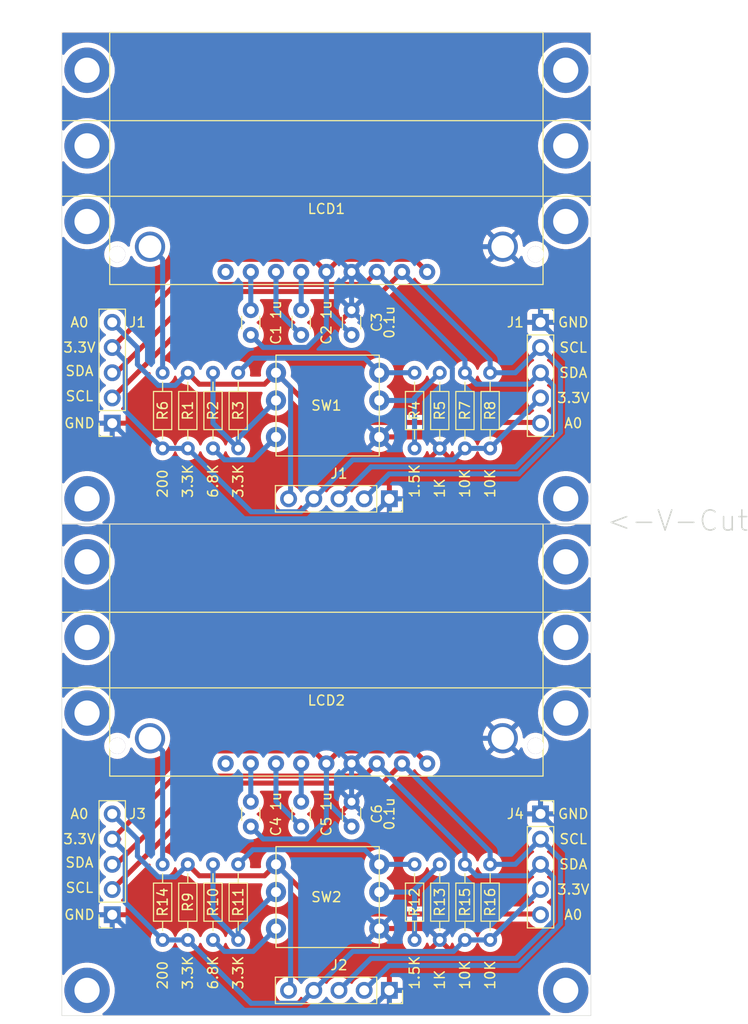
<source format=kicad_pcb>
(kicad_pcb (version 20240108) (generator "pcbnew") (generator_version "8.0")
  (title_block (title "5wa lcd interface") (date "2023-02-26") (rev "1.0") (company "Nakanohito"))
  (layers (0 "F.Cu" signal) (31 "B.Cu" signal) (34 "B.Paste" user) (35 "F.Paste" user) (36 "B.SilkS" user "B.Silkscreen") (37 "F.SilkS" user "F.Silkscreen") (38 "B.Mask" user) (39 "F.Mask" user) (44 "Edge.Cuts" user))
  (net 0 "")
  (net 1 "Net-(C1-Pad2)")
  (net 2 "Net-(C2-Pad1)")
  (net 3 "Net-(C2-Pad2)")
  (net 4 "+3V3")
  (net 5 "GND")
  (net 6 "Net-(J1-Pad2)")
  (net 7 "Net-(J1-Pad3)")
  (net 8 "Net-(LCD1-PadA)")
  (net 9 "Net-(R3-Pad1)")
  (net 10 "Net-(R4-Pad1)")
  (net 11 "Net-(R2-Pad2)")
  (net 12 "Net-(R2-Pad1)")
  (net 13 "A0")
  (footprint "User_Library:SW_5WAY" (layer "F.Cu") (at 125.73 87.63)
    (property "Reference" "SW1" (at 5.08 3.302 0) (layer "F.SilkS"))
    (property "Value" "SW_5WAY")
    (pad "1" thru_hole circle (at 0 0) (size 2.032 2.032) (drill 1.016) (layers "*.Cu" "*.Mask") (net 13 "A0"))
    (pad "2" thru_hole circle (at 0 2.794) (size 2.032 2.032) (drill 1.016) (layers "*.Cu" "*.Mask") (net 12 "Net-(R2-Pad1)"))
    (pad "3" thru_hole circle (at 0 6.477) (size 2.032 2.032) (drill 1.016) (layers "*.Cu" "*.Mask") (net 11 "Net-(R2-Pad2)"))
    (pad "4" thru_hole circle (at 10.414 6.477) (size 2.032 2.032) (drill 1.016) (layers "*.Cu" "*.Mask") (net 5 "GND"))
    (pad "5" thru_hole circle (at 10.414 2.794) (size 2.032 2.032) (drill 1.016) (layers "*.Cu" "*.Mask") (net 10 "Net-(R4-Pad1)"))
    (pad "6" thru_hole circle (at 10.414 0) (size 2.032 2.032) (drill 1.016) (layers "*.Cu" "*.Mask") (net 9 "Net-(R3-Pad1)"))
  )
  (footprint "Capacitor_THT:C_Disc_D3.0mm_W1.6mm_P2.50mm" (layer "F.Cu") (at 123.19 83.82 90)
    (property "Reference" "C1" (at 0 2.54 90) (layer "F.SilkS"))
    (property "Value" "1u")
    (pad "1" thru_hole circle (at 0 0 90) (size 1.6 1.6) (drill 0.8) (layers "*.Cu" "*.Mask") (net 4 "+3V3"))
    (pad "2" thru_hole circle (at 2.5 0 90) (size 1.6 1.6) (drill 0.8) (layers "*.Cu" "*.Mask") (net 1 "Net-(C1-Pad2)"))
  )
  (footprint "Capacitor_THT:C_Disc_D3.0mm_W1.6mm_P2.50mm" (layer "F.Cu") (at 128.27 83.82 90)
    (property "Reference" "C2" (at 0 2.54 90) (layer "F.SilkS"))
    (property "Value" "1u")
    (pad "1" thru_hole circle (at 0 0 90) (size 1.6 1.6) (drill 0.8) (layers "*.Cu" "*.Mask") (net 2 "Net-(C2-Pad1)"))
    (pad "2" thru_hole circle (at 2.5 0 90) (size 1.6 1.6) (drill 0.8) (layers "*.Cu" "*.Mask") (net 3 "Net-(C2-Pad2)"))
  )
  (footprint "Capacitor_THT:C_Disc_D3.0mm_W1.6mm_P2.50mm" (layer "F.Cu") (at 133.35 83.82 90)
    (property "Reference" "C3" (at 1.27 2.54 90) (layer "F.SilkS"))
    (property "Value" "0.1u")
    (pad "1" thru_hole circle (at 0 0 90) (size 1.6 1.6) (drill 0.8) (layers "*.Cu" "*.Mask") (net 4 "+3V3"))
    (pad "2" thru_hole circle (at 2.5 0 90) (size 1.6 1.6) (drill 0.8) (layers "*.Cu" "*.Mask") (net 5 "GND"))
  )
  (footprint "Resistor_THT:R_Axial_DIN0204_L3.6mm_D1.6mm_P7.62mm_Horizontal" (layer "F.Cu") (at 116.84 95.25 90)
    (property "Reference" "R1" (at 3.81 0 90) (layer "F.SilkS"))
    (property "Value" "3.3K")
    (pad "1" thru_hole circle (at 0 0 90) (size 1.4 1.4) (drill 0.7) (layers "*.Cu" "*.Mask") (net 4 "+3V3"))
    (pad "2" thru_hole oval (at 7.62 0 90) (size 1.4 1.4) (drill 0.7) (layers "*.Cu" "*.Mask") (net 13 "A0"))
  )
  (footprint "Resistor_THT:R_Axial_DIN0204_L3.6mm_D1.6mm_P7.62mm_Horizontal" (layer "F.Cu") (at 119.38 87.63 -90)
    (property "Reference" "R2" (at 3.81 0 90) (layer "F.SilkS"))
    (property "Value" "6.8K")
    (pad "1" thru_hole circle (at 0 0 270) (size 1.4 1.4) (drill 0.7) (layers "*.Cu" "*.Mask") (net 12 "Net-(R2-Pad1)"))
    (pad "2" thru_hole oval (at 7.62 0 270) (size 1.4 1.4) (drill 0.7) (layers "*.Cu" "*.Mask") (net 11 "Net-(R2-Pad2)"))
  )
  (footprint "Resistor_THT:R_Axial_DIN0204_L3.6mm_D1.6mm_P7.62mm_Horizontal" (layer "F.Cu") (at 121.92 87.63 -90)
    (property "Reference" "R3" (at 3.81 0 90) (layer "F.SilkS"))
    (property "Value" "3.3K")
    (pad "1" thru_hole circle (at 0 0 270) (size 1.4 1.4) (drill 0.7) (layers "*.Cu" "*.Mask") (net 9 "Net-(R3-Pad1)"))
    (pad "2" thru_hole oval (at 7.62 0 270) (size 1.4 1.4) (drill 0.7) (layers "*.Cu" "*.Mask") (net 12 "Net-(R2-Pad1)"))
  )
  (footprint "Resistor_THT:R_Axial_DIN0204_L3.6mm_D1.6mm_P7.62mm_Horizontal" (layer "F.Cu") (at 139.7 95.25 90)
    (property "Reference" "R4" (at 3.81 0 90) (layer "F.SilkS"))
    (property "Value" "1.5K")
    (pad "1" thru_hole circle (at 0 0 90) (size 1.4 1.4) (drill 0.7) (layers "*.Cu" "*.Mask") (net 10 "Net-(R4-Pad1)"))
    (pad "2" thru_hole oval (at 7.62 0 90) (size 1.4 1.4) (drill 0.7) (layers "*.Cu" "*.Mask") (net 9 "Net-(R3-Pad1)"))
  )
  (footprint "Resistor_THT:R_Axial_DIN0204_L3.6mm_D1.6mm_P7.62mm_Horizontal" (layer "F.Cu") (at 142.24 95.25 90)
    (property "Reference" "R5" (at 3.81 0 90) (layer "F.SilkS"))
    (property "Value" "1K")
    (pad "1" thru_hole circle (at 0 0 90) (size 1.4 1.4) (drill 0.7) (layers "*.Cu" "*.Mask") (net 5 "GND"))
    (pad "2" thru_hole oval (at 7.62 0 90) (size 1.4 1.4) (drill 0.7) (layers "*.Cu" "*.Mask") (net 10 "Net-(R4-Pad1)"))
  )
  (footprint "Resistor_THT:R_Axial_DIN0204_L3.6mm_D1.6mm_P7.62mm_Horizontal" (layer "F.Cu") (at 114.3 95.25 90)
    (property "Reference" "R6" (at 3.81 0 90) (layer "F.SilkS"))
    (property "Value" "200")
    (pad "1" thru_hole circle (at 0 0 90) (size 1.4 1.4) (drill 0.7) (layers "*.Cu" "*.Mask") (net 4 "+3V3"))
    (pad "2" thru_hole oval (at 7.62 0 90) (size 1.4 1.4) (drill 0.7) (layers "*.Cu" "*.Mask") (net 8 "Net-(LCD1-PadA)"))
  )
  (footprint "Resistor_THT:R_Axial_DIN0204_L3.6mm_D1.6mm_P7.62mm_Horizontal" (layer "F.Cu") (at 144.78 87.63 -90)
    (property "Reference" "R7" (at 3.81 0 90) (layer "F.SilkS"))
    (property "Value" "10K")
    (pad "1" thru_hole circle (at 0 0 270) (size 1.4 1.4) (drill 0.7) (layers "*.Cu" "*.Mask") (net 7 "Net-(J1-Pad3)"))
    (pad "2" thru_hole oval (at 7.62 0 270) (size 1.4 1.4) (drill 0.7) (layers "*.Cu" "*.Mask") (net 4 "+3V3"))
  )
  (footprint "Resistor_THT:R_Axial_DIN0204_L3.6mm_D1.6mm_P7.62mm_Horizontal" (layer "F.Cu") (at 147.32 87.63 -90)
    (property "Reference" "R8" (at 3.81 0 90) (layer "F.SilkS"))
    (property "Value" "10K")
    (pad "1" thru_hole circle (at 0 0 270) (size 1.4 1.4) (drill 0.7) (layers "*.Cu" "*.Mask") (net 6 "Net-(J1-Pad2)"))
    (pad "2" thru_hole oval (at 7.62 0 270) (size 1.4 1.4) (drill 0.7) (layers "*.Cu" "*.Mask") (net 4 "+3V3"))
  )
  (footprint "Connector_PinSocket_2.54mm:PinSocket_1x05_P2.54mm_Vertical" (layer "F.Cu") (at 152.4 82.55)
    (property "Reference" "J1" (at -2.54 0 0) (layer "F.SilkS"))
    (property "Value" "Conn_01x05")
    (pad "1" thru_hole rect (at 0 0) (size 1.7 1.7) (drill 1) (layers "*.Cu" "*.Mask") (net 5 "GND"))
    (pad "2" thru_hole oval (at 0 2.54) (size 1.7 1.7) (drill 1) (layers "*.Cu" "*.Mask") (net 6 "Net-(J1-Pad2)"))
    (pad "3" thru_hole oval (at 0 5.08) (size 1.7 1.7) (drill 1) (layers "*.Cu" "*.Mask") (net 7 "Net-(J1-Pad3)"))
    (pad "4" thru_hole oval (at 0 7.62) (size 1.7 1.7) (drill 1) (layers "*.Cu" "*.Mask") (net 4 "+3V3"))
    (pad "5" thru_hole oval (at 0 10.16) (size 1.7 1.7) (drill 1) (layers "*.Cu" "*.Mask") (net 13 "A0"))
  )
  (footprint "User_Library:AQM1602Y" (layer "F.Cu") (at 120.65 77.47)
    (property "Reference" "LCD1" (at 10.16 -6.35 0) (layer "F.SilkS"))
    (property "Value" "AQM1602Y")
    (pad "" thru_hole circle (at -10.922 -1.778) (size 1.6256 1.6256) (drill 1.6256) (layers "*.Cu" "*.Mask"))
    (pad "" thru_hole circle (at 31.242 -1.778) (size 1.6256 1.6256) (drill 1.6256) (layers "*.Cu" "*.Mask"))
    (pad "1" thru_hole circle (at 0 0) (size 1.6256 1.6256) (drill 0.8128) (layers "*.Cu" "*.Mask"))
    (pad "2" thru_hole circle (at 2.54 0) (size 1.6256 1.6256) (drill 0.8128) (layers "*.Cu" "*.Mask") (net 1 "Net-(C1-Pad2)"))
    (pad "3" thru_hole circle (at 5.08 0) (size 1.6256 1.6256) (drill 0.8128) (layers "*.Cu" "*.Mask") (net 2 "Net-(C2-Pad1)"))
    (pad "4" thru_hole circle (at 7.62 0) (size 1.6256 1.6256) (drill 0.8128) (layers "*.Cu" "*.Mask") (net 3 "Net-(C2-Pad2)"))
    (pad "5" thru_hole circle (at 10.16 0) (size 1.6256 1.6256) (drill 0.8128) (layers "*.Cu" "*.Mask") (net 4 "+3V3"))
    (pad "6" thru_hole circle (at 12.7 0) (size 1.6256 1.6256) (drill 0.8128) (layers "*.Cu" "*.Mask") (net 5 "GND"))
    (pad "7" thru_hole circle (at 15.24 0) (size 1.6256 1.6256) (drill 0.8128) (layers "*.Cu" "*.Mask") (net 7 "Net-(J1-Pad3)"))
    (pad "8" thru_hole circle (at 17.78 0) (size 1.6256 1.6256) (drill 0.8128) (layers "*.Cu" "*.Mask") (net 6 "Net-(J1-Pad2)"))
    (pad "9" thru_hole circle (at 20.32 0) (size 1.6256 1.6256) (drill 0.8128) (layers "*.Cu" "*.Mask") (net 4 "+3V3"))
    (pad "A" thru_hole circle (at -7.62 -2.54) (size 3.048 3.048) (drill 2.286) (layers "*.Cu" "*.Mask") (net 8 "Net-(LCD1-PadA)"))
    (pad "K" thru_hole circle (at 27.94 -2.54) (size 3.048 3.048) (drill 2.286) (layers "*.Cu" "*.Mask") (net 5 "GND"))
  )
  (footprint "Connector_PinSocket_2.54mm:PinSocket_1x05_P2.54mm_Vertical" (layer "F.Cu") (at 137.16 100.33 -90)
    (property "Reference" "J1" (at -2.54 5.08 0) (layer "F.SilkS"))
    (property "Value" "Conn_01x05")
    (pad "1" thru_hole rect (at 0 0 270) (size 1.7 1.7) (drill 1) (layers "*.Cu" "*.Mask") (net 5 "GND"))
    (pad "2" thru_hole oval (at 0 2.54 270) (size 1.7 1.7) (drill 1) (layers "*.Cu" "*.Mask") (net 6 "Net-(J1-Pad2)"))
    (pad "3" thru_hole oval (at 0 5.08 270) (size 1.7 1.7) (drill 1) (layers "*.Cu" "*.Mask") (net 7 "Net-(J1-Pad3)"))
    (pad "4" thru_hole oval (at 0 7.62 270) (size 1.7 1.7) (drill 1) (layers "*.Cu" "*.Mask") (net 4 "+3V3"))
    (pad "5" thru_hole oval (at 0 10.16 270) (size 1.7 1.7) (drill 1) (layers "*.Cu" "*.Mask") (net 13 "A0"))
  )
  (footprint "Resistor_THT:R_Axial_DIN0204_L3.6mm_D1.6mm_P7.62mm_Horizontal" (layer "F.Cu") (at 121.92 137.16 -90)
    (property "Reference" "R11" (at 3.81 0 90) (layer "F.SilkS"))
    (property "Value" "3.3K")
    (pad "1" thru_hole circle (at 0 0 270) (size 1.4 1.4) (drill 0.7) (layers "*.Cu" "*.Mask") (net 9 "Net-(R3-Pad1)"))
    (pad "2" thru_hole oval (at 7.62 0 270) (size 1.4 1.4) (drill 0.7) (layers "*.Cu" "*.Mask") (net 12 "Net-(R2-Pad1)"))
  )
  (footprint "Resistor_THT:R_Axial_DIN0204_L3.6mm_D1.6mm_P7.62mm_Horizontal" (layer "F.Cu") (at 114.3 144.78 90)
    (property "Reference" "R14" (at 3.81 0 90) (layer "F.SilkS"))
    (property "Value" "200")
    (pad "1" thru_hole circle (at 0 0 90) (size 1.4 1.4) (drill 0.7) (layers "*.Cu" "*.Mask") (net 4 "+3V3"))
    (pad "2" thru_hole oval (at 7.62 0 90) (size 1.4 1.4) (drill 0.7) (layers "*.Cu" "*.Mask") (net 8 "Net-(LCD1-PadA)"))
  )
  (footprint "Resistor_THT:R_Axial_DIN0204_L3.6mm_D1.6mm_P7.62mm_Horizontal" (layer "F.Cu") (at 116.84 144.78 90)
    (property "Reference" "R9" (at 3.81 0 90) (layer "F.SilkS"))
    (property "Value" "3.3K")
    (pad "1" thru_hole circle (at 0 0 90) (size 1.4 1.4) (drill 0.7) (layers "*.Cu" "*.Mask") (net 4 "+3V3"))
    (pad "2" thru_hole oval (at 7.62 0 90) (size 1.4 1.4) (drill 0.7) (layers "*.Cu" "*.Mask") (net 13 "A0"))
  )
  (footprint "Resistor_THT:R_Axial_DIN0204_L3.6mm_D1.6mm_P7.62mm_Horizontal" (layer "F.Cu") (at 119.38 137.16 -90)
    (property "Reference" "R10" (at 3.81 0 90) (layer "F.SilkS"))
    (property "Value" "6.8K")
    (pad "1" thru_hole circle (at 0 0 270) (size 1.4 1.4) (drill 0.7) (layers "*.Cu" "*.Mask") (net 12 "Net-(R2-Pad1)"))
    (pad "2" thru_hole oval (at 7.62 0 270) (size 1.4 1.4) (drill 0.7) (layers "*.Cu" "*.Mask") (net 11 "Net-(R2-Pad2)"))
  )
  (footprint "Capacitor_THT:C_Disc_D3.0mm_W1.6mm_P2.50mm" (layer "F.Cu") (at 133.35 133.35 90)
    (property "Reference" "C6" (at 1.27 2.54 90) (layer "F.SilkS"))
    (property "Value" "0.1u")
    (pad "1" thru_hole circle (at 0 0 90) (size 1.6 1.6) (drill 0.8) (layers "*.Cu" "*.Mask") (net 4 "+3V3"))
    (pad "2" thru_hole circle (at 2.5 0 90) (size 1.6 1.6) (drill 0.8) (layers "*.Cu" "*.Mask") (net 5 "GND"))
  )
  (footprint "Resistor_THT:R_Axial_DIN0204_L3.6mm_D1.6mm_P7.62mm_Horizontal" (layer "F.Cu") (at 139.7 144.78 90)
    (property "Reference" "R12" (at 3.81 0 90) (layer "F.SilkS"))
    (property "Value" "1.5K")
    (pad "1" thru_hole circle (at 0 0 90) (size 1.4 1.4) (drill 0.7) (layers "*.Cu" "*.Mask") (net 10 "Net-(R4-Pad1)"))
    (pad "2" thru_hole oval (at 7.62 0 90) (size 1.4 1.4) (drill 0.7) (layers "*.Cu" "*.Mask") (net 9 "Net-(R3-Pad1)"))
  )
  (footprint "Resistor_THT:R_Axial_DIN0204_L3.6mm_D1.6mm_P7.62mm_Horizontal" (layer "F.Cu") (at 144.78 137.16 -90)
    (property "Reference" "R15" (at 3.81 0 90) (layer "F.SilkS"))
    (property "Value" "10K")
    (pad "1" thru_hole circle (at 0 0 270) (size 1.4 1.4) (drill 0.7) (layers "*.Cu" "*.Mask") (net 7 "Net-(J1-Pad3)"))
    (pad "2" thru_hole oval (at 7.62 0 270) (size 1.4 1.4) (drill 0.7) (layers "*.Cu" "*.Mask") (net 4 "+3V3"))
  )
  (footprint "Connector_PinSocket_2.54mm:PinSocket_1x05_P2.54mm_Vertical" (layer "F.Cu") (at 137.16 149.86 -90)
    (property "Reference" "J2" (at -2.54 5.08 0) (layer "F.SilkS"))
    (property "Value" "Conn_01x05")
    (pad "1" thru_hole rect (at 0 0 270) (size 1.7 1.7) (drill 1) (layers "*.Cu" "*.Mask") (net 5 "GND"))
    (pad "2" thru_hole oval (at 0 2.54 270) (size 1.7 1.7) (drill 1) (layers "*.Cu" "*.Mask") (net 6 "Net-(J1-Pad2)"))
    (pad "3" thru_hole oval (at 0 5.08 270) (size 1.7 1.7) (drill 1) (layers "*.Cu" "*.Mask") (net 7 "Net-(J1-Pad3)"))
    (pad "4" thru_hole oval (at 0 7.62 270) (size 1.7 1.7) (drill 1) (layers "*.Cu" "*.Mask") (net 4 "+3V3"))
    (pad "5" thru_hole oval (at 0 10.16 270) (size 1.7 1.7) (drill 1) (layers "*.Cu" "*.Mask") (net 13 "A0"))
  )
  (footprint "Connector_PinSocket_2.54mm:PinSocket_1x05_P2.54mm_Vertical" (layer "F.Cu") (at 109.22 92.71 180)
    (property "Reference" "J1" (at -2.54 10.16 0) (layer "F.SilkS"))
    (property "Value" "Conn_01x05")
    (pad "1" thru_hole rect (at 0 0 180) (size 1.7 1.7) (drill 1) (layers "*.Cu" "*.Mask") (net 5 "GND"))
    (pad "2" thru_hole oval (at 0 2.54 180) (size 1.7 1.7) (drill 1) (layers "*.Cu" "*.Mask") (net 6 "Net-(J1-Pad2)"))
    (pad "3" thru_hole oval (at 0 5.08 180) (size 1.7 1.7) (drill 1) (layers "*.Cu" "*.Mask") (net 7 "Net-(J1-Pad3)"))
    (pad "4" thru_hole oval (at 0 7.62 180) (size 1.7 1.7) (drill 1) (layers "*.Cu" "*.Mask") (net 4 "+3V3"))
    (pad "5" thru_hole oval (at 0 10.16 180) (size 1.7 1.7) (drill 1) (layers "*.Cu" "*.Mask") (net 13 "A0"))
  )
  (footprint "Connector_PinSocket_2.54mm:PinSocket_1x05_P2.54mm_Vertical" (layer "F.Cu") (at 109.22 142.24 180)
    (property "Reference" "J3" (at -2.54 10.16 0) (layer "F.SilkS"))
    (property "Value" "Conn_01x05")
    (pad "1" thru_hole rect (at 0 0 180) (size 1.7 1.7) (drill 1) (layers "*.Cu" "*.Mask") (net 5 "GND"))
    (pad "2" thru_hole oval (at 0 2.54 180) (size 1.7 1.7) (drill 1) (layers "*.Cu" "*.Mask") (net 6 "Net-(J1-Pad2)"))
    (pad "3" thru_hole oval (at 0 5.08 180) (size 1.7 1.7) (drill 1) (layers "*.Cu" "*.Mask") (net 7 "Net-(J1-Pad3)"))
    (pad "4" thru_hole oval (at 0 7.62 180) (size 1.7 1.7) (drill 1) (layers "*.Cu" "*.Mask") (net 4 "+3V3"))
    (pad "5" thru_hole oval (at 0 10.16 180) (size 1.7 1.7) (drill 1) (layers "*.Cu" "*.Mask") (net 13 "A0"))
  )
  (footprint "Connector_PinSocket_2.54mm:PinSocket_1x05_P2.54mm_Vertical" (layer "F.Cu") (at 152.4 132.08)
    (property "Reference" "J4" (at -2.54 0 0) (layer "F.SilkS"))
    (property "Value" "Conn_01x05")
    (pad "1" thru_hole rect (at 0 0) (size 1.7 1.7) (drill 1) (layers "*.Cu" "*.Mask") (net 5 "GND"))
    (pad "2" thru_hole oval (at 0 2.54) (size 1.7 1.7) (drill 1) (layers "*.Cu" "*.Mask") (net 6 "Net-(J1-Pad2)"))
    (pad "3" thru_hole oval (at 0 5.08) (size 1.7 1.7) (drill 1) (layers "*.Cu" "*.Mask") (net 7 "Net-(J1-Pad3)"))
    (pad "4" thru_hole oval (at 0 7.62) (size 1.7 1.7) (drill 1) (layers "*.Cu" "*.Mask") (net 4 "+3V3"))
    (pad "5" thru_hole oval (at 0 10.16) (size 1.7 1.7) (drill 1) (layers "*.Cu" "*.Mask") (net 13 "A0"))
  )
  (footprint "User_Library:AQM1602Y" (layer "F.Cu") (at 120.65 127)
    (property "Reference" "LCD2" (at 10.16 -6.35 0) (layer "F.SilkS"))
    (property "Value" "AQM1602Y")
    (pad "" thru_hole circle (at -10.922 -1.778) (size 1.6256 1.6256) (drill 1.6256) (layers "*.Cu" "*.Mask"))
    (pad "" thru_hole circle (at 31.242 -1.778) (size 1.6256 1.6256) (drill 1.6256) (layers "*.Cu" "*.Mask"))
    (pad "1" thru_hole circle (at 0 0) (size 1.6256 1.6256) (drill 0.8128) (layers "*.Cu" "*.Mask"))
    (pad "2" thru_hole circle (at 2.54 0) (size 1.6256 1.6256) (drill 0.8128) (layers "*.Cu" "*.Mask") (net 1 "Net-(C1-Pad2)"))
    (pad "3" thru_hole circle (at 5.08 0) (size 1.6256 1.6256) (drill 0.8128) (layers "*.Cu" "*.Mask") (net 2 "Net-(C2-Pad1)"))
    (pad "4" thru_hole circle (at 7.62 0) (size 1.6256 1.6256) (drill 0.8128) (layers "*.Cu" "*.Mask") (net 3 "Net-(C2-Pad2)"))
    (pad "5" thru_hole circle (at 10.16 0) (size 1.6256 1.6256) (drill 0.8128) (layers "*.Cu" "*.Mask") (net 4 "+3V3"))
    (pad "6" thru_hole circle (at 12.7 0) (size 1.6256 1.6256) (drill 0.8128) (layers "*.Cu" "*.Mask") (net 5 "GND"))
    (pad "7" thru_hole circle (at 15.24 0) (size 1.6256 1.6256) (drill 0.8128) (layers "*.Cu" "*.Mask") (net 7 "Net-(J1-Pad3)"))
    (pad "8" thru_hole circle (at 17.78 0) (size 1.6256 1.6256) (drill 0.8128) (layers "*.Cu" "*.Mask") (net 6 "Net-(J1-Pad2)"))
    (pad "9" thru_hole circle (at 20.32 0) (size 1.6256 1.6256) (drill 0.8128) (layers "*.Cu" "*.Mask") (net 4 "+3V3"))
    (pad "A" thru_hole circle (at -7.62 -2.54) (size 3.048 3.048) (drill 2.286) (layers "*.Cu" "*.Mask") (net 8 "Net-(LCD1-PadA)"))
    (pad "K" thru_hole circle (at 27.94 -2.54) (size 3.048 3.048) (drill 2.286) (layers "*.Cu" "*.Mask") (net 5 "GND"))
  )
  (footprint "Capacitor_THT:C_Disc_D3.0mm_W1.6mm_P2.50mm" (layer "F.Cu") (at 123.19 133.35 90)
    (property "Reference" "C4" (at 0 2.54 90) (layer "F.SilkS"))
    (property "Value" "1u")
    (pad "1" thru_hole circle (at 0 0 90) (size 1.6 1.6) (drill 0.8) (layers "*.Cu" "*.Mask") (net 4 "+3V3"))
    (pad "2" thru_hole circle (at 2.5 0 90) (size 1.6 1.6) (drill 0.8) (layers "*.Cu" "*.Mask") (net 1 "Net-(C1-Pad2)"))
  )
  (footprint "User_Library:SW_5WAY" (layer "F.Cu") (at 125.73 137.16)
    (property "Reference" "SW2" (at 5.08 3.302 0) (layer "F.SilkS"))
    (property "Value" "SW_5WAY")
    (pad "1" thru_hole circle (at 0 0) (size 2.032 2.032) (drill 1.016) (layers "*.Cu" "*.Mask") (net 13 "A0"))
    (pad "2" thru_hole circle (at 0 2.794) (size 2.032 2.032) (drill 1.016) (layers "*.Cu" "*.Mask") (net 12 "Net-(R2-Pad1)"))
    (pad "3" thru_hole circle (at 0 6.477) (size 2.032 2.032) (drill 1.016) (layers "*.Cu" "*.Mask") (net 11 "Net-(R2-Pad2)"))
    (pad "4" thru_hole circle (at 10.414 6.477) (size 2.032 2.032) (drill 1.016) (layers "*.Cu" "*.Mask") (net 5 "GND"))
    (pad "5" thru_hole circle (at 10.414 2.794) (size 2.032 2.032) (drill 1.016) (layers "*.Cu" "*.Mask") (net 10 "Net-(R4-Pad1)"))
    (pad "6" thru_hole circle (at 10.414 0) (size 2.032 2.032) (drill 1.016) (layers "*.Cu" "*.Mask") (net 9 "Net-(R3-Pad1)"))
  )
  (footprint "Capacitor_THT:C_Disc_D3.0mm_W1.6mm_P2.50mm" (layer "F.Cu") (at 128.27 133.35 90)
    (property "Reference" "C5" (at 0 2.54 90) (layer "F.SilkS"))
    (property "Value" "1u")
    (pad "1" thru_hole circle (at 0 0 90) (size 1.6 1.6) (drill 0.8) (layers "*.Cu" "*.Mask") (net 2 "Net-(C2-Pad1)"))
    (pad "2" thru_hole circle (at 2.5 0 90) (size 1.6 1.6) (drill 0.8) (layers "*.Cu" "*.Mask") (net 3 "Net-(C2-Pad2)"))
  )
  (footprint "Resistor_THT:R_Axial_DIN0204_L3.6mm_D1.6mm_P7.62mm_Horizontal" (layer "F.Cu") (at 142.24 144.78 90)
    (property "Reference" "R13" (at 3.81 0 90) (layer "F.SilkS"))
    (property "Value" "1K")
    (pad "1" thru_hole circle (at 0 0 90) (size 1.4 1.4) (drill 0.7) (layers "*.Cu" "*.Mask") (net 5 "GND"))
    (pad "2" thru_hole oval (at 7.62 0 90) (size 1.4 1.4) (drill 0.7) (layers "*.Cu" "*.Mask") (net 10 "Net-(R4-Pad1)"))
  )
  (footprint "Resistor_THT:R_Axial_DIN0204_L3.6mm_D1.6mm_P7.62mm_Horizontal" (layer "F.Cu") (at 147.32 137.16 -90)
    (property "Reference" "R16" (at 3.81 0 90) (layer "F.SilkS"))
    (property "Value" "10K")
    (pad "1" thru_hole circle (at 0 0 270) (size 1.4 1.4) (drill 0.7) (layers "*.Cu" "*.Mask") (net 6 "Net-(J1-Pad2)"))
    (pad "2" thru_hole oval (at 7.62 0 270) (size 1.4 1.4) (drill 0.7) (layers "*.Cu" "*.Mask") (net 4 "+3V3"))
  )
  (gr_line (start 104.14 119.38) (end 157.48 119.38) (stroke (width 0.12)) (layer "F.SilkS"))
  (gr_line (start 104.14 69.85) (end 157.48 69.85) (stroke (width 0.12)) (layer "F.SilkS"))
  (gr_line (start 104.14 62.23) (end 157.48 62.23) (stroke (width 0.12)) (layer "F.SilkS"))
  (gr_line (start 104.14 111.76) (end 157.48 111.76) (stroke (width 0.12)) (layer "F.SilkS"))
  (gr_line (start 104.14 102.87) (end 157.48 102.87) (stroke (width 0.1016)) (layer "Edge.Cuts"))
  (gr_line (start 157.48 53.34) (end 157.48 152.4) (stroke (width 0.05)) (layer "Edge.Cuts"))
  (gr_line (start 104.14 152.4) (end 157.48 152.4) (stroke (width 0.05)) (layer "Edge.Cuts"))
  (gr_line (start 104.14 53.34) (end 157.48 53.34) (stroke (width 0.05)) (layer "Edge.Cuts"))
  (gr_line (start 104.14 152.4) (end 104.14 53.34) (stroke (width 0.05)) (layer "Edge.Cuts"))
  (gr_text "3.3K" (at 121.92 100.33 90) (layer "F.SilkS") (effects (font (size 1 1)) (justify left)))
  (gr_text "SDA  " (at 106.68 87.45 0) (layer "F.SilkS") (effects (font (size 1 1))))
  (gr_text "GND  " (at 106.68 92.71 0) (layer "F.SilkS") (effects (font (size 1 1))))
  (gr_text "3.3V  " (at 106.68 85.09 0) (layer "F.SilkS") (effects (font (size 1 1))))
  (gr_text "SCL  " (at 106.68 89.99 0) (layer "F.SilkS") (effects (font (size 1 1))))
  (gr_text "  GND" (at 154.94 82.55 0) (layer "F.SilkS") (effects (font (size 1 1))))
  (gr_text "  3.3V" (at 154.94 90.17 0) (layer "F.SilkS") (effects (font (size 1 1))))
  (gr_text "  SCL" (at 154.94 85.09 0) (layer "F.SilkS") (effects (font (size 1 1))))
  (gr_text "  SDA" (at 154.94 87.63 0) (layer "F.SilkS") (effects (font (size 1 1))))
  (gr_text "  A0" (at 154.94 92.71 0) (layer "F.SilkS") (effects (font (size 1 1))))
  (gr_text "A0  " (at 106.68 82.55 0) (layer "F.SilkS") (effects (font (size 1 1))))
  (gr_text "GND  " (at 106.68 142.24 0) (layer "F.SilkS") (effects (font (size 1 1))))
  (gr_text "  SCL" (at 154.94 134.62 0) (layer "F.SilkS") (effects (font (size 1 1))))
  (gr_text "3.3K" (at 116.84 149.86 90) (layer "F.SilkS") (effects (font (size 1 1)) (justify left)))
  (gr_text "0.1u" (at 137.16 82.55 90) (layer "F.SilkS") (effects (font (size 1 1))))
  (gr_text "1u" (at 130.81 81.28 90) (layer "F.SilkS") (effects (font (size 1 1))))
  (gr_text "1u" (at 130.81 130.81 90) (layer "F.SilkS") (effects (font (size 1 1))))
  (gr_text "  GND" (at 154.94 132.08 0) (layer "F.SilkS") (effects (font (size 1 1))))
  (gr_text "1u" (at 125.73 81.28 90) (layer "F.SilkS") (effects (font (size 1 1))))
  (gr_text "SCL  " (at 106.68 139.52 0) (layer "F.SilkS") (effects (font (size 1 1))))
  (gr_text "3.3V  " (at 106.68 134.62 0) (layer "F.SilkS") (effects (font (size 1 1))))
  (gr_text "3.3K" (at 121.92 149.86 90) (layer "F.SilkS") (effects (font (size 1 1)) (justify left)))
  (gr_text "1K" (at 142.24 149.86 90) (layer "F.SilkS") (effects (font (size 1 1)) (justify left)))
  (gr_text "  SDA" (at 154.94 137.16 0) (layer "F.SilkS") (effects (font (size 1 1))))
  (gr_text "1u" (at 125.73 130.81 90) (layer "F.SilkS") (effects (font (size 1 1))))
  (gr_text "6.8K" (at 119.38 100.33 90) (layer "F.SilkS") (effects (font (size 1 1)) (justify left)))
  (gr_text "10K" (at 144.78 100.33 90) (layer "F.SilkS") (effects (font (size 1 1)) (justify left)))
  (gr_text "10K" (at 147.32 149.86 90) (layer "F.SilkS") (effects (font (size 1 1)) (justify left)))
  (gr_text "1.5K" (at 139.7 149.86 90) (layer "F.SilkS") (effects (font (size 1 1)) (justify left)))
  (gr_text "0.1u" (at 137.16 132.08 90) (layer "F.SilkS") (effects (font (size 1 1))))
  (gr_text "6.8K" (at 119.38 149.86 90) (layer "F.SilkS") (effects (font (size 1 1)) (justify left)))
  (gr_text "200" (at 114.3 149.86 90) (layer "F.SilkS") (effects (font (size 1 1)) (justify left)))
  (gr_text "10K" (at 147.32 100.33 90) (layer "F.SilkS") (effects (font (size 1 1)) (justify left)))
  (gr_text "10K" (at 144.78 149.86 90) (layer "F.SilkS") (effects (font (size 1 1)) (justify left)))
  (gr_text "  A0" (at 154.94 142.24 0) (layer "F.SilkS") (effects (font (size 1 1))))
  (gr_text "  3.3V" (at 154.94 139.7 0) (layer "F.SilkS") (effects (font (size 1 1))))
  (gr_text "3.3K" (at 116.84 100.33 90) (layer "F.SilkS") (effects (font (size 1 1)) (justify left)))
  (gr_text "1.5K" (at 139.7 100.33 90) (layer "F.SilkS") (effects (font (size 1 1)) (justify left)))
  (gr_text "1K" (at 142.24 100.33 90) (layer "F.SilkS") (effects (font (size 1 1)) (justify left)))
  (gr_text "200" (at 114.3 100.33 90) (layer "F.SilkS") (effects (font (size 1 1)) (justify left)))
  (gr_text "A0  " (at 106.68 132.08 0) (layer "F.SilkS") (effects (font (size 1 1))))
  (gr_text "SDA  " (at 106.68 136.98 0) (layer "F.SilkS") (effects (font (size 1 1))))
  (gr_text "<-V-Cut" (at 158.9532 103.7336 0) (layer "Edge.Cuts") (effects (font (size 2.032 2.032)) (justify left bottom)))
  (via (at 154.94 57.15) (size 4.572) (drill 2.54) (layers "F.Cu" "B.Cu") (net 0))
  (via (at 106.68 72.39) (size 4.572) (drill 2.54) (layers "F.Cu" "B.Cu") (net 0))
  (via (at 154.94 106.68) (size 4.572) (drill 2.54) (layers "F.Cu" "B.Cu") (net 0))
  (via (at 154.94 121.92) (size 4.572) (drill 2.54) (layers "F.Cu" "B.Cu") (net 0))
  (via (at 106.68 57.15) (size 4.572) (drill 2.54) (layers "F.Cu" "B.Cu") (net 0))
  (via (at 106.68 121.92) (size 4.572) (drill 2.54) (layers "F.Cu" "B.Cu") (net 0))
  (via (at 106.68 149.86) (size 4.572) (drill 2.54) (layers "F.Cu" "B.Cu") (net 0))
  (via (at 154.94 114.3) (size 4.572) (drill 2.54) (layers "F.Cu" "B.Cu") (net 0))
  (via (at 106.68 64.77) (size 4.572) (drill 2.54) (layers "F.Cu" "B.Cu") (net 0))
  (via (at 154.94 64.77) (size 4.572) (drill 2.54) (layers "F.Cu" "B.Cu") (net 0))
  (via (at 154.94 149.86) (size 4.572) (drill 2.54) (layers "F.Cu" "B.Cu") (net 0))
  (via (at 154.94 72.39) (size 4.572) (drill 2.54) (layers "F.Cu" "B.Cu") (net 0))
  (via (at 154.94 100.33) (size 4.572) (drill 2.54) (layers "F.Cu" "B.Cu") (net 0))
  (via (at 106.68 106.68) (size 4.572) (drill 2.54) (layers "F.Cu" "B.Cu") (net 0))
  (via (at 106.68 114.3) (size 4.572) (drill 2.54) (layers "F.Cu" "B.Cu") (net 0))
  (via (at 106.68 100.33) (size 4.572) (drill 2.54) (layers "F.Cu" "B.Cu") (net 0))
  (segment (start 123.19 127) (end 123.19 130.85) (width 0.508) (layer "B.Cu") (net 1))
  (segment (start 123.19 77.47) (end 123.19 81.32) (width 0.508) (layer "B.Cu") (net 1))
  (segment (start 125.73 77.47) (end 125.73 81.28) (width 0.508) (layer "B.Cu") (net 2))
  (segment (start 125.73 130.81) (end 128.27 133.35) (width 0.508) (layer "B.Cu") (net 2))
  (segment (start 125.73 127) (end 125.73 130.81) (width 0.508) (layer "B.Cu") (net 2))
  (segment (start 125.73 81.28) (end 128.27 83.82) (width 0.508) (layer "B.Cu") (net 2))
  (segment (start 128.27 77.47) (end 128.27 81.32) (width 0.508) (layer "B.Cu") (net 3))
  (segment (start 128.27 127) (end 128.27 130.85) (width 0.508) (layer "B.Cu") (net 3))
  (segment (start 109.885134 134.62) (end 109.22 134.62) (width 0.508) (layer "F.Cu") (net 4))
  (segment (start 132.076801 76.203199) (end 139.703199 76.203199) (width 0.508) (layer "F.Cu") (net 4))
  (segment (start 109.885134 85.09) (end 109.22 85.09) (width 0.508) (layer "F.Cu") (net 4))
  (segment (start 132.076801 125.733199) (end 139.703199 125.733199) (width 0.508) (layer "F.Cu") (net 4))
  (segment (start 129.543199 125.733199) (end 130.81 127) (width 0.508) (layer "F.Cu") (net 4))
  (segment (start 130.81 77.47) (end 132.076801 76.203199) (width 0.508) (layer "F.Cu") (net 4))
  (segment (start 109.22 134.62) (end 118.106801 125.733199) (width 0.508) (layer "F.Cu") (net 4))
  (segment (start 118.106801 76.203199) (end 129.543199 76.203199) (width 0.508) (layer "F.Cu") (net 4))
  (segment (start 109.22 85.09) (end 118.106801 76.203199) (width 0.508) (layer "F.Cu") (net 4))
  (segment (start 130.81 127) (end 132.076801 125.733199) (width 0.508) (layer "F.Cu") (net 4))
  (segment (start 118.106801 125.733199) (end 129.543199 125.733199) (width 0.508) (layer "F.Cu") (net 4))
  (segment (start 139.703199 125.733199) (end 140.97 127) (width 0.508) (layer "F.Cu") (net 4))
  (segment (start 139.703199 76.203199) (end 140.97 77.47) (width 0.508) (layer "F.Cu") (net 4))
  (segment (start 129.543199 76.203199) (end 130.81 77.47) (width 0.508) (layer "F.Cu") (net 4))
  (segment (start 130.81 77.47) (end 130.81 83.135922) (width 0.508) (layer "B.Cu") (net 4))
  (segment (start 143.625999 145.934001) (end 144.78 144.78) (width 0.508) (layer "B.Cu") (net 4))
  (segment (start 130.81 127) (end 130.81 130.81) (width 0.508) (layer "B.Cu") (net 4))
  (segment (start 130.81 77.47) (end 130.81 81.28) (width 0.508) (layer "B.Cu") (net 4))
  (segment (start 130.81 127) (end 130.81 132.665922) (width 0.508) (layer "B.Cu") (net 4))
  (segment (start 130.81 130.81) (end 133.35 133.35) (width 0.508) (layer "B.Cu") (net 4))
  (segment (start 128.871921 134.604001) (end 124.444001 134.604001) (width 0.508) (layer "B.Cu") (net 4))
  (segment (start 110.524001 141.004001) (end 114.3 144.78) (width 0.508) (layer "B.Cu") (net 4))
  (segment (start 133.465999 96.404001) (end 143.625999 96.404001) (width 0.508) (layer "B.Cu") (net 4))
  (segment (start 130.81 83.135922) (end 128.871921 85.074001) (width 0.508) (layer "B.Cu") (net 4))
  (segment (start 144.78 95.25) (end 147.32 95.25) (width 0.508) (layer "B.Cu") (net 4))
  (segment (start 130.81 132.665922) (end 128.871921 134.604001) (width 0.508) (layer "B.Cu") (net 4))
  (segment (start 123.224001 151.164001) (end 128.235999 151.164001) (width 0.508) (layer "B.Cu") (net 4))
  (segment (start 110.524001 86.394001) (end 110.524001 91.474001) (width 0.508) (layer "B.Cu") (net 4))
  (segment (start 147.32 144.78) (end 152.4 139.7) (width 0.508) (layer "B.Cu") (net 4))
  (segment (start 130.81 81.28) (end 133.35 83.82) (width 0.508) (layer "B.Cu") (net 4))
  (segment (start 128.871921 85.074001) (end 124.444001 85.074001) (width 0.508) (layer "B.Cu") (net 4))
  (segment (start 128.235999 101.634001) (end 129.54 100.33) (width 0.508) (layer "B.Cu") (net 4))
  (segment (start 109.22 134.900051) (end 109.22 134.62) (width 0.508) (layer "B.Cu") (net 4))
  (segment (start 147.32 95.25) (end 152.4 90.17) (width 0.508) (layer "B.Cu") (net 4))
  (segment (start 144.78 144.78) (end 147.32 144.78) (width 0.508) (layer "B.Cu") (net 4))
  (segment (start 109.22 134.62) (end 110.524001 135.924001) (width 0.508) (layer "B.Cu") (net 4))
  (segment (start 116.84 144.78) (end 123.224001 151.164001) (width 0.508) (layer "B.Cu") (net 4))
  (segment (start 114.3 144.78) (end 116.84 144.78) (width 0.508) (layer "B.Cu") (net 4))
  (segment (start 116.84 95.25) (end 123.224001 101.634001) (width 0.508) (layer "B.Cu") (net 4))
  (segment (start 124.444001 85.074001) (end 123.19 83.82) (width 0.508) (layer "B.Cu") (net 4))
  (segment (start 143.625999 96.404001) (end 144.78 95.25) (width 0.508) (layer "B.Cu") (net 4))
  (segment (start 109.22 85.370051) (end 109.22 85.09) (width 0.508) (layer "B.Cu") (net 4))
  (segment (start 128.235999 151.164001) (end 129.54 149.86) (width 0.508) (layer "B.Cu") (net 4))
  (segment (start 114.3 95.25) (end 116.84 95.25) (width 0.508) (layer "B.Cu") (net 4))
  (segment (start 124.444001 134.604001) (end 123.19 133.35) (width 0.508) (layer "B.Cu") (net 4))
  (segment (start 109.22 85.09) (end 110.524001 86.394001) (width 0.508) (layer "B.Cu") (net 4))
  (segment (start 129.54 149.86) (end 133.465999 145.934001) (width 0.508) (layer "B.Cu") (net 4))
  (segment (start 110.524001 91.474001) (end 114.3 95.25) (width 0.508) (layer "B.Cu") (net 4))
  (segment (start 129.54 100.33) (end 133.465999 96.404001) (width 0.508) (layer "B.Cu") (net 4))
  (segment (start 123.224001 101.634001) (end 128.235999 101.634001) (width 0.508) (layer "B.Cu") (net 4))
  (segment (start 110.524001 135.924001) (end 110.524001 141.004001) (width 0.508) (layer "B.Cu") (net 4))
  (segment (start 133.465999 145.934001) (end 143.625999 145.934001) (width 0.508) (layer "B.Cu") (net 4))
  (segment (start 136.144 143.637) (end 136.155001 143.625999) (width 0.508) (layer "F.Cu") (net 5))
  (segment (start 136.155001 94.095999) (end 141.085999 94.095999) (width 0.508) (layer "F.Cu") (net 5))
  (segment (start 141.085999 94.095999) (end 142.24 95.25) (width 0.508) (layer "F.Cu") (net 5))
  (segment (start 136.144 94.107) (end 136.155001 94.095999) (width 0.508) (layer "F.Cu") (net 5))
  (segment (start 141.085999 143.625999) (end 142.24 144.78) (width 0.508) (layer "F.Cu") (net 5))
  (segment (start 136.155001 143.625999) (end 141.085999 143.625999) (width 0.508) (layer "F.Cu") (net 5))
  (segment (start 143.51 87.192078) (end 133.787922 77.47) (width 0.508) (layer "B.Cu") (net 5))
  (segment (start 148.712476 149.86) (end 137.16 149.86) (width 0.508) (layer "B.Cu") (net 5))
  (segment (start 109.22 92.71) (end 118.852011 102.342011) (width 0.508) (layer "B.Cu") (net 5))
  (segment (start 135.89 124.46) (end 148.59 124.46) (width 0.508) (layer "B.Cu") (net 5))
  (segment (start 152.4 128.27) (end 148.59 124.46) (width 0.508) (layer "B.Cu") (net 5))
  (segment (start 152.4 132.08) (end 152.4 128.27) (width 0.508) (layer "B.Cu") (net 5))
  (segment (start 137.16 100.33) (end 135.147989 102.342011) (width 0.508) (layer "B.Cu") (net 5))
  (segment (start 133.35 127) (end 133.35 130.85) (width 0.508) (layer "B.Cu") (net 5))
  (segment (start 152.4 78.74) (end 148.59 74.93) (width 0.508) (layer "B.Cu") (net 5))
  (segment (start 133.787922 127) (end 133.35 127) (width 0.508) (layer "B.Cu") (net 5))
  (segment (start 142.24 144.78) (end 143.51 143.51) (width 0.508) (layer "B.Cu") (net 5))
  (segment (start 133.787922 77.47) (end 133.35 77.47) (width 0.508) (layer "B.Cu") (net 5))
  (segment (start 109.22 142.24) (end 118.852011 151.872011) (width 0.508) (layer "B.Cu") (net 5))
  (segment (start 155.120021 85.270021) (end 155.120021 93.922455) (width 0.508) (layer "B.Cu") (net 5))
  (segment (start 152.4 82.55) (end 155.120021 85.270021) (width 0.508) (layer "B.Cu") (net 5))
  (segment (start 155.120021 134.800021) (end 155.120021 143.452455) (width 0.508) (layer "B.Cu") (net 5))
  (segment (start 133.35 77.47) (end 135.89 74.93) (width 0.508) (layer "B.Cu") (net 5))
  (segment (start 135.147989 102.342011) (end 118.852011 102.342011) (width 0.508) (layer "B.Cu") (net 5))
  (segment (start 148.712476 100.33) (end 137.16 100.33) (width 0.508) (layer "B.Cu") (net 5))
  (segment (start 155.120021 93.922455) (end 148.712476 100.33) (width 0.508) (layer "B.Cu") (net 5))
  (segment (start 133.35 77.47) (end 133.35 81.32) (width 0.508) (layer "B.Cu") (net 5))
  (segment (start 152.4 132.08) (end 155.120021 134.800021) (width 0.508) (layer "B.Cu") (net 5))
  (segment (start 143.51 93.98) (end 143.51 87.192078) (width 0.508) (layer "B.Cu") (net 5))
  (segment (start 155.120021 143.452455) (end 148.712476 149.86) (width 0.508) (layer "B.Cu") (net 5))
  (segment (start 142.24 95.25) (end 143.51 93.98) (width 0.508) (layer "B.Cu") (net 5))
  (segment (start 135.147989 151.872011) (end 118.852011 151.872011) (width 0.508) (layer "B.Cu") (net 5))
  (segment (start 133.35 127) (end 135.89 124.46) (width 0.508) (layer "B.Cu") (net 5))
  (segment (start 152.4 82.55) (end 152.4 78.74) (width 0.508) (layer "B.Cu") (net 5))
  (segment (start 135.89 74.93) (end 148.59 74.93) (width 0.508) (layer "B.Cu") (net 5))
  (segment (start 143.51 136.722078) (end 133.787922 127) (width 0.508) (layer "B.Cu") (net 5))
  (segment (start 137.16 149.86) (end 135.147989 151.872011) (width 0.508) (layer "B.Cu") (net 5))
  (segment (start 143.51 143.51) (end 143.51 136.722078) (width 0.508) (layer "B.Cu") (net 5))
  (segment (start 109.22 90.17) (end 119.945189 79.444811) (width 0.508) (layer "F.Cu") (net 6))
  (segment (start 136.455189 128.974811) (end 138.43 127) (width 0.508) (layer "F.Cu") (net 6))
  (segment (start 136.455189 79.444811) (end 138.43 77.47) (width 0.508) (layer "F.Cu") (net 6))
  (segment (start 109.22 90.17) (end 109.22 89.732078) (width 0.508) (layer "F.Cu") (net 6))
  (segment (start 119.945189 79.444811) (end 136.455189 79.444811) (width 0.508) (layer "F.Cu") (net 6))
  (segment (start 119.945189 128.974811) (end 136.455189 128.974811) (width 0.508) (layer "F.Cu") (net 6))
  (segment (start 109.22 139.7) (end 119.945189 128.974811) (width 0.508) (layer "F.Cu") (net 6))
  (segment (start 109.22 139.7) (end 109.22 139.262078) (width 0.508) (layer "F.Cu") (net 6))
  (segment (start 152.4 134.62) (end 154.412011 136.632011) (width 0.508) (layer "B.Cu") (net 6))
  (segment (start 137.129979 147.350021) (end 134.62 149.86) (width 0.508) (layer "B.Cu") (net 6))
  (segment (start 154.412011 87.102011) (end 154.412011 93.629188) (width 0.508) (layer "B.Cu") (net 6))
  (segment (start 149.86 137.16) (end 152.4 134.62) (width 0.508) (layer "B.Cu") (net 6))
  (segment (start 147.32 86.36) (end 138.43 77.47) (width 0.508) (layer "B.Cu") (net 6))
  (segment (start 147.32 137.16) (end 149.86 137.16) (width 0.508) (layer "B.Cu") (net 6))
  (segment (start 149.86 87.63) (end 152.4 85.09) (width 0.508) (layer "B.Cu") (net 6))
  (segment (start 150.221178 97.820021) (end 137.129979 97.820021) (width 0.508) (layer "B.Cu") (net 6))
  (segment (start 147.32 87.63) (end 147.32 86.36) (width 0.508) (layer "B.Cu") (net 6))
  (segment (start 137.129979 97.820021) (end 134.62 100.33) (width 0.508) (layer "B.Cu") (net 6))
  (segment (start 150.221178 147.350021) (end 137.129979 147.350021) (width 0.508) (layer "B.Cu") (net 6))
  (segment (start 154.412011 136.632011) (end 154.412011 143.159188) (width 0.508) (layer "B.Cu") (net 6))
  (segment (start 154.412011 143.159188) (end 150.221178 147.350021) (width 0.508) (layer "B.Cu") (net 6))
  (segment (start 147.32 135.89) (end 138.43 127) (width 0.508) (layer "B.Cu") (net 6))
  (segment (start 154.412011 93.629188) (end 150.221178 97.820021) (width 0.508) (layer "B.Cu") (net 6))
  (segment (start 147.32 137.16) (end 147.32 135.89) (width 0.508) (layer "B.Cu") (net 6))
  (segment (start 147.32 87.63) (end 149.86 87.63) (width 0.508) (layer "B.Cu") (net 6))
  (segment (start 152.4 85.09) (end 154.412011 87.102011) (width 0.508) (layer "B.Cu") (net 6))
  (segment (start 118.509609 128.266801) (end 109.61641 137.16) (width 0.508) (layer "F.Cu") (net 7))
  (segment (start 109.61641 87.63) (end 109.22 87.63) (width 0.508) (layer "F.Cu") (net 7))
  (segment (start 109.61641 137.16) (end 109.22 137.16) (width 0.508) (layer "F.Cu") (net 7))
  (segment (start 134.623199 78.736801) (end 118.509609 78.736801) (width 0.508) (layer "F.Cu") (net 7))
  (segment (start 134.623199 128.266801) (end 118.509609 128.266801) (width 0.508) (layer "F.Cu") (net 7))
  (segment (start 134.623199 78.736801) (end 135.89 77.47) (width 0.508) (layer "F.Cu") (net 7))
  (segment (start 118.509609 78.736801) (end 109.61641 87.63) (width 0.508) (layer "F.Cu") (net 7))
  (segment (start 134.623199 128.266801) (end 135.89 127) (width 0.508) (layer "F.Cu") (net 7))
  (segment (start 144.78 135.89) (end 135.89 127) (width 0.508) (layer "B.Cu") (net 7))
  (segment (start 144.78 137.16) (end 144.78 135.89) (width 0.508) (layer "B.Cu") (net 7))
  (segment (start 135.297989 146.642011) (end 132.08 149.86) (width 0.508) (layer "B.Cu") (net 7))
  (segment (start 153.704001 88.934001) (end 153.704001 93.335921) (width 0.508) (layer "B.Cu") (net 7))
  (segment (start 151.245999 138.314001) (end 152.4 137.16) (width 0.508) (layer "B.Cu") (net 7))
  (segment (start 152.4 87.63) (end 153.704001 88.934001) (width 0.508) (layer "B.Cu") (net 7))
  (segment (start 145.934001 88.784001) (end 151.245999 88.784001) (width 0.508) (layer "B.Cu") (net 7))
  (segment (start 144.78 87.63) (end 145.934001 88.784001) (width 0.508) (layer "B.Cu") (net 7))
  (segment (start 145.934001 138.314001) (end 151.245999 138.314001) (width 0.508) (layer "B.Cu") (net 7))
  (segment (start 149.927911 146.642011) (end 135.297989 146.642011) (width 0.508) (layer "B.Cu") (net 7))
  (segment (start 135.297989 97.112011) (end 132.08 100.33) (width 0.508) (layer "B.Cu") (net 7))
  (segment (start 144.78 86.36) (end 135.89 77.47) (width 0.508) (layer "B.Cu") (net 7))
  (segment (start 152.4 137.16) (end 153.704001 138.464001) (width 0.508) (layer "B.Cu") (net 7))
  (segment (start 144.78 137.16) (end 145.934001 138.314001) (width 0.508) (layer "B.Cu") (net 7))
  (segment (start 153.704001 138.464001) (end 153.704001 142.865921) (width 0.508) (layer "B.Cu") (net 7))
  (segment (start 149.927911 97.112011) (end 135.297989 97.112011) (width 0.508) (layer "B.Cu") (net 7))
  (segment (start 151.245999 88.784001) (end 152.4 87.63) (width 0.508) (layer "B.Cu") (net 7))
  (segment (start 153.704001 142.865921) (end 149.927911 146.642011) (width 0.508) (layer "B.Cu") (net 7))
  (segment (start 144.78 87.63) (end 144.78 86.36) (width 0.508) (layer "B.Cu") (net 7))
  (segment (start 153.704001 93.335921) (end 149.927911 97.112011) (width 0.508) (layer "B.Cu") (net 7))
  (segment (start 114.3 137.16) (end 114.3 125.73) (width 0.508) (layer "B.Cu") (net 8))
  (segment (start 114.3 125.73) (end 113.03 124.46) (width 0.508) (layer "B.Cu") (net 8))
  (segment (start 114.3 76.2) (end 113.03 74.93) (width 0.508) (layer "B.Cu") (net 8))
  (segment (start 114.3 87.63) (end 114.3 76.2) (width 0.508) (layer "B.Cu") (net 8))
  (segment (start 121.92 137.16) (end 123.390001 135.689999) (width 0.508) (layer "B.Cu") (net 9))
  (segment (start 139.7 137.16) (end 136.144 137.16) (width 0.508) (layer "B.Cu") (net 9))
  (segment (start 123.390001 86.159999) (end 134.673999 86.159999) (width 0.508) (layer "B.Cu") (net 9))
  (segment (start 139.7 87.63) (end 136.144 87.63) (width 0.508) (layer "B.Cu") (net 9))
  (segment (start 123.390001 135.689999) (end 134.673999 135.689999) (width 0.508) (layer "B.Cu") (net 9))
  (segment (start 121.92 87.63) (end 123.390001 86.159999) (width 0.508) (layer "B.Cu") (net 9))
  (segment (start 134.673999 86.159999) (end 136.144 87.63) (width 0.508) (layer "B.Cu") (net 9))
  (segment (start 134.673999 135.689999) (end 136.144 137.16) (width 0.508) (layer "B.Cu") (net 9))
  (segment (start 139.7 95.25) (end 139.7 90.17) (width 0.508) (layer "B.Cu") (net 10))
  (segment (start 139.7 139.7) (end 142.24 137.16) (width 0.508) (layer "B.Cu") (net 10))
  (segment (start 136.144 90.424) (end 139.446 90.424) (width 0.508) (layer "B.Cu") (net 10))
  (segment (start 136.144 139.954) (end 139.446 139.954) (width 0.508) (layer "B.Cu") (net 10))
  (segment (start 139.7 144.78) (end 139.7 139.7) (width 0.508) (layer "B.Cu") (net 10))
  (segment (start 139.7 90.17) (end 142.24 87.63) (width 0.508) (layer "B.Cu") (net 10))
  (segment (start 123.432999 145.934001) (end 120.534001 145.934001) (width 0.508) (layer "B.Cu") (net 11))
  (segment (start 125.73 94.107) (end 123.432999 96.404001) (width 0.508) (layer "B.Cu") (net 11))
  (segment (start 120.534001 145.934001) (end 119.38 144.78) (width 0.508) (layer "B.Cu") (net 11))
  (segment (start 125.73 143.637) (end 123.432999 145.934001) (width 0.508) (layer "B.Cu") (net 11))
  (segment (start 123.432999 96.404001) (end 120.534001 96.404001) (width 0.508) (layer "B.Cu") (net 11))
  (segment (start 120.534001 96.404001) (end 119.38 95.25) (width 0.508) (layer "B.Cu") (net 11))
  (segment (start 121.92 95.25) (end 121.92 94.234) (width 0.508) (layer "B.Cu") (net 12))
  (segment (start 119.38 137.16) (end 119.38 142.24) (width 0.508) (layer "B.Cu") (net 12))
  (segment (start 119.38 87.63) (end 119.38 92.71) (width 0.508) (layer "B.Cu") (net 12))
  (segment (start 125.476 90.424) (end 125.73 90.424) (width 0.508) (layer "B.Cu") (net 12))
  (segment (start 121.92 143.764) (end 125.73 139.954) (width 0.508) (layer "B.Cu") (net 12))
  (segment (start 119.38 92.71) (end 121.92 95.25) (width 0.508) (layer "B.Cu") (net 12))
  (segment (start 125.476 139.954) (end 125.73 139.954) (width 0.508) (layer "B.Cu") (net 12))
  (segment (start 121.92 144.78) (end 121.92 143.764) (width 0.508) (layer "B.Cu") (net 12))
  (segment (start 121.92 94.234) (end 125.73 90.424) (width 0.508) (layer "B.Cu") (net 12))
  (segment (start 119.38 142.24) (end 121.92 144.78) (width 0.508) (layer "B.Cu") (net 12))
  (segment (start 116.84 137.16) (end 117.994001 138.314001) (width 0.508) (layer "F.Cu") (net 13))
  (segment (start 125.73 87.63) (end 130.736999 92.636999) (width 0.508) (layer "F.Cu") (net 13))
  (segment (start 125.73 137.16) (end 130.736999 142.166999) (width 0.508) (layer "F.Cu") (net 13))
  (segment (start 130.736999 92.636999) (end 152.326999 92.636999) (width 0.508) (layer "F.Cu") (net 13))
  (segment (start 152.326999 92.636999) (end 152.4 92.71) (width 0.508) (layer "F.Cu") (net 13))
  (segment (start 152.326999 142.166999) (end 152.4 142.24) (width 0.508) (layer "F.Cu") (net 13))
  (segment (start 117.994001 88.784001) (end 124.575999 88.784001) (width 0.508) (layer "F.Cu") (net 13))
  (segment (start 130.736999 142.166999) (end 152.326999 142.166999) (width 0.508) (layer "F.Cu") (net 13))
  (segment (start 124.575999 138.314001) (end 125.73 137.16) (width 0.508) (layer "F.Cu") (net 13))
  (segment (start 116.84 87.63) (end 117.994001 88.784001) (width 0.508) (layer "F.Cu") (net 13))
  (segment (start 117.994001 138.314001) (end 124.575999 138.314001) (width 0.508) (layer "F.Cu") (net 13))
  (segment (start 124.575999 88.784001) (end 125.73 87.63) (width 0.508) (layer "F.Cu") (net 13))
  (segment (start 111.76 85.09) (end 109.22 82.55) (width 0.508) (layer "B.Cu") (net 13))
  (segment (start 127.200001 138.630001) (end 127.200001 149.659999) (width 0.508) (layer "B.Cu") (net 13))
  (segment (start 111.76 85.09) (end 111.76 86.797922) (width 0.508) (layer "B.Cu") (net 13))
  (segment (start 116.84 137.16) (end 115.57 138.43) (width 0.508) (layer "B.Cu") (net 13))
  (segment (start 111.76 134.62) (end 109.22 132.08) (width 0.508) (layer "B.Cu") (net 13))
  (segment (start 111.76 86.797922) (end 113.862078 88.9) (width 0.508) (layer "B.Cu") (net 13))
  (segment (start 113.862078 88.9) (end 115.57 88.9) (width 0.508) (layer "B.Cu") (net 13))
  (segment (start 127.200001 100.129999) (end 127 100.33) (width 0.508) (layer "B.Cu") (net 13))
  (segment (start 127.200001 149.659999) (end 127 149.86) (width 0.508) (layer "B.Cu") (net 13))
  (segment (start 113.862078 138.43) (end 115.57 138.43) (width 0.508) (layer "B.Cu") (net 13))
  (segment (start 127.200001 89.100001) (end 127.200001 100.129999) (width 0.508) (layer "B.Cu") (net 13))
  (segment (start 109.22 82.987922) (end 109.22 82.55) (width 0.508) (layer "B.Cu") (net 13))
  (segment (start 116.84 87.63) (end 115.57 88.9) (width 0.508) (layer "B.Cu") (net 13))
  (segment (start 111.76 134.62) (end 111.76 136.327922) (width 0.508) (layer "B.Cu") (net 13))
  (segment (start 125.73 137.16) (end 127.200001 138.630001) (width 0.508) (layer "B.Cu") (net 13))
  (segment (start 109.22 132.517922) (end 109.22 132.08) (width 0.508) (layer "B.Cu") (net 13))
  (segment (start 125.73 87.63) (end 127.200001 89.100001) (width 0.508) (layer "B.Cu") (net 13))
  (segment (start 111.76 136.327922) (end 113.862078 138.43) (width 0.508) (layer "B.Cu") (net 13))
  (zone (net 5) (net_name "GND") (layers "F&B.Cu") (connect_pads (clearance 0.508)) (min_thickness 0.25) (fill yes (thermal_gap 0.5) (thermal_bridge_width 0.5))
    (polygon (pts (xy 104.14 53.34) (xy 157.48 53.34) (xy 157.48 102.87) (xy 104.14 102.87)))
  )
  (zone (net 5) (net_name "GND") (layers "F&B.Cu") (connect_pads (clearance 0.508)) (min_thickness 0.25) (fill yes (thermal_gap 0.5) (thermal_bridge_width 0.5))
    (polygon (pts (xy 104.14 102.87) (xy 157.48 102.87) (xy 157.48 152.4) (xy 104.14 152.4)))
  )
)
</source>
